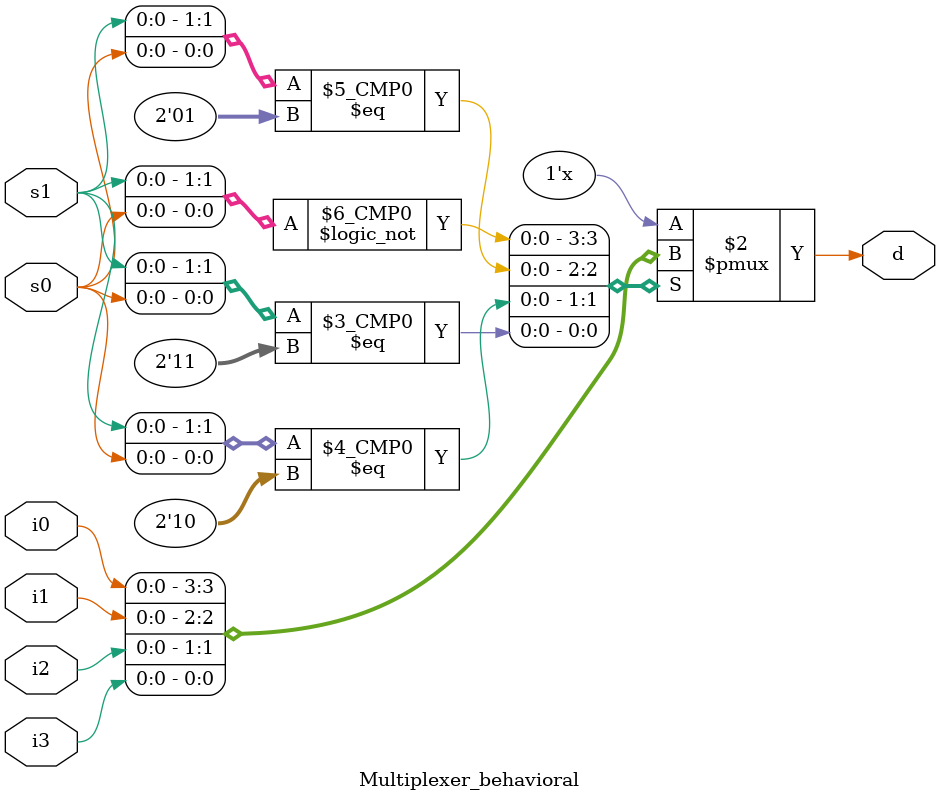
<source format=v>
`timescale 1ns / 1ps


module Multiplexer_behavioral(
    input i0,
    input i1,
    input i2,
    input i3,
    input s0,
    input s1,
    output reg d
    );
    
    always@(i0,i1,i2,i3,s0,s1)
    begin
    
        case({s1,s0})
        2'b00:d=i0;
        2'b01:d=i1;
        2'b10:d=i2;
        2'b11:d=i3;
        endcase
        
    
    
    
    
    end
    
    
    
endmodule

</source>
